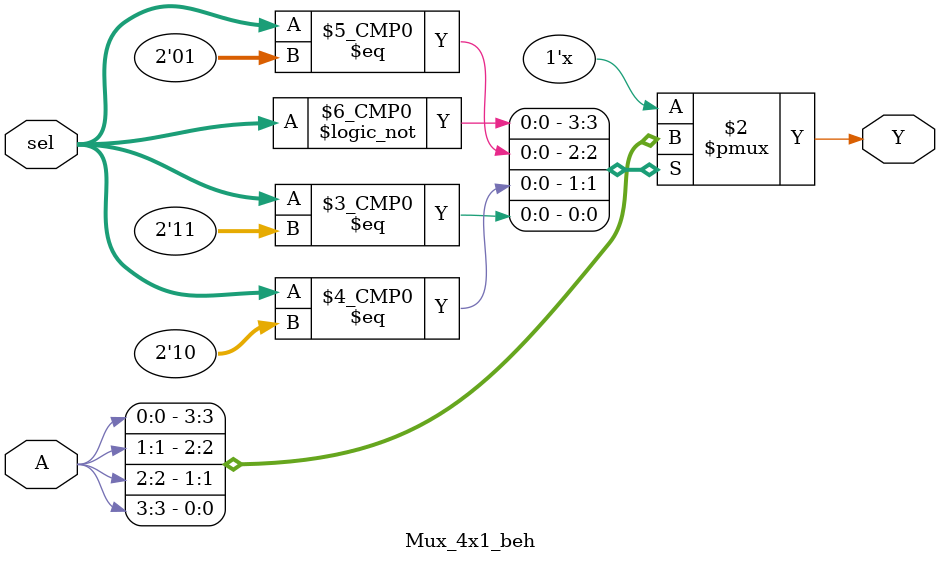
<source format=v>

module Mux_4x1_beh (
	input [3:0] A,
	input [1:0] sel,
	output reg Y);

always @(sel or A) begin
case (sel)
2'b00 : Y<= A[0];
2'b01 : Y<= A[1];
2'b10 : Y<= A[2];
2'b11 : Y<= A[3];
default : Y<= 1'b0;
endcase
end

endmodule

</source>
